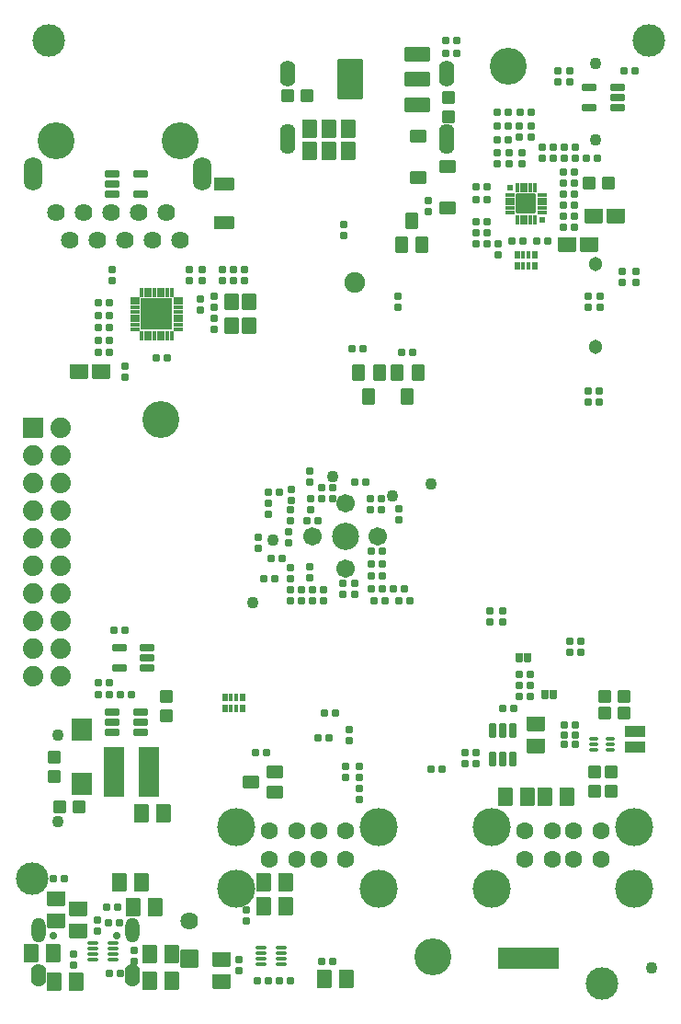
<source format=gbr>
%TF.GenerationSoftware,KiCad,Pcbnew,7.0.9-7.0.9~ubuntu22.04.1*%
%TF.CreationDate,2026-01-29T14:23:22+02:00*%
%TF.ProjectId,ESP32-P4-PC_Rev_B,45535033-322d-4503-942d-50435f526576,B*%
%TF.SameCoordinates,PX80befc0PY7459280*%
%TF.FileFunction,Soldermask,Bot*%
%TF.FilePolarity,Negative*%
%FSLAX46Y46*%
G04 Gerber Fmt 4.6, Leading zero omitted, Abs format (unit mm)*
G04 Created by KiCad (PCBNEW 7.0.9-7.0.9~ubuntu22.04.1) date 2026-01-29 14:23:22*
%MOMM*%
%LPD*%
G01*
G04 APERTURE LIST*
G04 Aperture macros list*
%AMRoundRect*
0 Rectangle with rounded corners*
0 $1 Rounding radius*
0 $2 $3 $4 $5 $6 $7 $8 $9 X,Y pos of 4 corners*
0 Add a 4 corners polygon primitive as box body*
4,1,4,$2,$3,$4,$5,$6,$7,$8,$9,$2,$3,0*
0 Add four circle primitives for the rounded corners*
1,1,$1+$1,$2,$3*
1,1,$1+$1,$4,$5*
1,1,$1+$1,$6,$7*
1,1,$1+$1,$8,$9*
0 Add four rect primitives between the rounded corners*
20,1,$1+$1,$2,$3,$4,$5,0*
20,1,$1+$1,$4,$5,$6,$7,0*
20,1,$1+$1,$6,$7,$8,$9,0*
20,1,$1+$1,$8,$9,$2,$3,0*%
G04 Aperture macros list end*
%ADD10C,0.100000*%
%ADD11O,1.401600X2.101600*%
%ADD12O,1.301600X2.301600*%
%ADD13C,0.701600*%
%ADD14O,1.401600X2.401600*%
%ADD15O,1.401600X2.801600*%
%ADD16C,1.301600*%
%ADD17C,1.701600*%
%ADD18C,2.501600*%
%ADD19C,3.501600*%
%ADD20C,1.601600*%
%ADD21C,1.901600*%
%ADD22C,3.401601*%
%ADD23O,1.701600X3.101599*%
%ADD24C,1.625600*%
%ADD25C,1.101600*%
%ADD26RoundRect,0.050800X-0.762000X0.762000X-0.762000X-0.762000X0.762000X-0.762000X0.762000X0.762000X0*%
%ADD27RoundRect,0.050800X-0.889000X0.889000X-0.889000X-0.889000X0.889000X-0.889000X0.889000X0.889000X0*%
%ADD28C,1.879600*%
%ADD29C,3.401600*%
%ADD30RoundRect,0.050800X0.275000X-0.250000X0.275000X0.250000X-0.275000X0.250000X-0.275000X-0.250000X0*%
%ADD31RoundRect,0.050800X-0.275000X0.250000X-0.275000X-0.250000X0.275000X-0.250000X0.275000X0.250000X0*%
%ADD32RoundRect,0.050800X-0.250000X-0.275000X0.250000X-0.275000X0.250000X0.275000X-0.250000X0.275000X0*%
%ADD33RoundRect,0.050800X0.250000X0.275000X-0.250000X0.275000X-0.250000X-0.275000X0.250000X-0.275000X0*%
%ADD34RoundRect,0.050800X-0.635000X0.762000X-0.635000X-0.762000X0.635000X-0.762000X0.635000X0.762000X0*%
%ADD35RoundRect,0.050800X-0.762000X-0.635000X0.762000X-0.635000X0.762000X0.635000X-0.762000X0.635000X0*%
%ADD36RoundRect,0.050800X0.508000X0.508000X-0.508000X0.508000X-0.508000X-0.508000X0.508000X-0.508000X0*%
%ADD37RoundRect,0.050800X-0.600000X-0.275000X0.600000X-0.275000X0.600000X0.275000X-0.600000X0.275000X0*%
%ADD38RoundRect,0.050800X-0.508000X0.508000X-0.508000X-0.508000X0.508000X-0.508000X0.508000X0.508000X0*%
%ADD39RoundRect,0.050800X-0.600000X0.700000X-0.600000X-0.700000X0.600000X-0.700000X0.600000X0.700000X0*%
%ADD40RoundRect,0.050800X0.762000X0.635000X-0.762000X0.635000X-0.762000X-0.635000X0.762000X-0.635000X0*%
%ADD41RoundRect,0.050800X-0.875000X2.250000X-0.875000X-2.250000X0.875000X-2.250000X0.875000X2.250000X0*%
%ADD42RoundRect,0.050800X0.850000X-1.000000X0.850000X1.000000X-0.850000X1.000000X-0.850000X-1.000000X0*%
%ADD43RoundRect,0.050800X0.500000X-0.700000X0.500000X0.700000X-0.500000X0.700000X-0.500000X-0.700000X0*%
%ADD44RoundRect,0.050800X0.635000X-0.762000X0.635000X0.762000X-0.635000X0.762000X-0.635000X-0.762000X0*%
%ADD45RoundRect,0.050800X0.700000X-0.500000X0.700000X0.500000X-0.700000X0.500000X-0.700000X-0.500000X0*%
%ADD46RoundRect,0.050800X0.508000X-0.508000X0.508000X0.508000X-0.508000X0.508000X-0.508000X-0.508000X0*%
%ADD47RoundRect,0.050800X-0.500000X0.700000X-0.500000X-0.700000X0.500000X-0.700000X0.500000X0.700000X0*%
%ADD48RoundRect,0.050800X-1.117600X0.609600X-1.117600X-0.609600X1.117600X-0.609600X1.117600X0.609600X0*%
%ADD49RoundRect,0.050800X-1.100000X1.800000X-1.100000X-1.800000X1.100000X-1.800000X1.100000X1.800000X0*%
%ADD50RoundRect,0.050800X0.900000X-0.450000X0.900000X0.450000X-0.900000X0.450000X-0.900000X-0.450000X0*%
%ADD51RoundRect,0.050800X0.254000X0.381000X-0.254000X0.381000X-0.254000X-0.381000X0.254000X-0.381000X0*%
%ADD52RoundRect,0.050800X0.275000X0.600000X-0.275000X0.600000X-0.275000X-0.600000X0.275000X-0.600000X0*%
%ADD53C,3.000000*%
%ADD54RoundRect,0.050800X0.600000X-0.275000X0.600000X0.275000X-0.600000X0.275000X-0.600000X-0.275000X0*%
%ADD55RoundRect,0.050800X-0.700000X0.500000X-0.700000X-0.500000X0.700000X-0.500000X0.700000X0.500000X0*%
%ADD56RoundRect,0.050800X0.400000X0.100000X-0.400000X0.100000X-0.400000X-0.100000X0.400000X-0.100000X0*%
%ADD57RoundRect,0.050800X0.100000X-0.400000X0.100000X0.400000X-0.100000X0.400000X-0.100000X-0.400000X0*%
%ADD58RoundRect,0.050800X-0.400000X-0.100000X0.400000X-0.100000X0.400000X0.100000X-0.400000X0.100000X0*%
%ADD59RoundRect,0.050800X-0.100000X0.400000X-0.100000X-0.400000X0.100000X-0.400000X0.100000X0.400000X0*%
%ADD60RoundRect,0.050800X-1.400000X1.400000X-1.400000X-1.400000X1.400000X-1.400000X1.400000X1.400000X0*%
%ADD61RoundRect,0.050800X0.889000X-0.508000X0.889000X0.508000X-0.889000X0.508000X-0.889000X-0.508000X0*%
%ADD62RoundRect,0.050800X-0.450000X0.125000X-0.450000X-0.125000X0.450000X-0.125000X0.450000X0.125000X0*%
%ADD63RoundRect,0.050800X0.450000X-0.125000X0.450000X0.125000X-0.450000X0.125000X-0.450000X-0.125000X0*%
%ADD64RoundRect,0.050800X0.162500X-0.312500X0.162500X0.312500X-0.162500X0.312500X-0.162500X-0.312500X0*%
%ADD65RoundRect,0.050800X0.125000X-0.312500X0.125000X0.312500X-0.125000X0.312500X-0.125000X-0.312500X0*%
%ADD66RoundRect,0.050800X-0.125000X0.312500X-0.125000X-0.312500X0.125000X-0.312500X0.125000X0.312500X0*%
%ADD67RoundRect,0.050800X-0.162500X0.312500X-0.162500X-0.312500X0.162500X-0.312500X0.162500X0.312500X0*%
%ADD68RoundRect,0.050800X-0.700000X0.700000X-0.700000X-0.700000X0.700000X-0.700000X0.700000X0.700000X0*%
%ADD69RoundRect,0.050800X-0.850000X0.850000X-0.850000X-0.850000X0.850000X-0.850000X0.850000X0.850000X0*%
%ADD70C,0.601600*%
%ADD71RoundRect,0.050800X0.350000X0.125000X-0.350000X0.125000X-0.350000X-0.125000X0.350000X-0.125000X0*%
%ADD72RoundRect,0.050800X-0.254000X-0.381000X0.254000X-0.381000X0.254000X0.381000X-0.254000X0.381000X0*%
%ADD73RoundRect,0.050800X0.600000X0.275000X-0.600000X0.275000X-0.600000X-0.275000X0.600000X-0.275000X0*%
%ADD74RoundRect,0.050800X-0.700000X-0.500000X0.700000X-0.500000X0.700000X0.500000X-0.700000X0.500000X0*%
G04 APERTURE END LIST*
D10*
X44578000Y4906000D02*
X50039000Y4906000D01*
X50039000Y3001000D01*
X44578000Y3001000D01*
X44578000Y4906000D01*
G36*
X44578000Y4906000D02*
G01*
X50039000Y4906000D01*
X50039000Y3001000D01*
X44578000Y3001000D01*
X44578000Y4906000D01*
G37*
D11*
%TO.C,USB-Serial/JTAG1*%
X2180000Y2350000D03*
X10820000Y2350000D03*
D12*
X2180000Y6530000D03*
X10820000Y6530000D03*
D13*
X3610000Y6030000D03*
X9390000Y6030000D03*
%TD*%
D14*
%TO.C,HDMI1*%
X25200000Y85350000D03*
D15*
X25200000Y79300000D03*
D14*
X39800000Y85350000D03*
D15*
X39800000Y79300000D03*
%TD*%
D16*
%TO.C,UEXT1*%
X53500000Y67810000D03*
X53500000Y60190000D03*
%TD*%
D17*
%TO.C,U1*%
X30481000Y39752000D03*
X27481000Y42752000D03*
D18*
X30481000Y42752000D03*
D17*
X33481000Y42752000D03*
X30481000Y45752000D03*
%TD*%
D19*
%TO.C,USB_HOST3-4*%
X43930000Y16000000D03*
X43930000Y10300000D03*
X57070000Y16000000D03*
X57070000Y10300000D03*
D20*
X47000000Y15620000D03*
X49500000Y15620000D03*
X51500000Y15620000D03*
X54000000Y15620000D03*
X47000000Y13000000D03*
X49500000Y13000000D03*
X51500000Y13000000D03*
X54000000Y13000000D03*
%TD*%
D19*
%TO.C,USB_HOST1-2*%
X20430000Y16000000D03*
X20430000Y10300000D03*
X33570000Y16000000D03*
X33570000Y10300000D03*
D20*
X23500000Y15620000D03*
X26000000Y15620000D03*
X28000000Y15620000D03*
X30500000Y15620000D03*
X23500000Y13000000D03*
X26000000Y13000000D03*
X28000000Y13000000D03*
X30500000Y13000000D03*
%TD*%
D21*
%TO.C,U12*%
X31370000Y66120000D03*
%TD*%
D22*
%TO.C,LAN1*%
X15215000Y79150000D03*
X3785000Y79150000D03*
D23*
X17300000Y76100000D03*
X1700000Y76100000D03*
D24*
X15215000Y69960000D03*
X13945000Y72500000D03*
X12675000Y69960000D03*
X11405000Y72500000D03*
X10135000Y69960000D03*
X8865000Y72500000D03*
X7595000Y69960000D03*
X6325000Y72500000D03*
X5055000Y69960000D03*
X3785000Y72500000D03*
%TD*%
D25*
%TO.C,MICRO_SD1*%
X3967800Y16452000D03*
X3967800Y24453000D03*
%TD*%
%TO.C,HEADSETS1*%
X53500000Y86250000D03*
X53500000Y79250000D03*
%TD*%
D24*
%TO.C,C117*%
X16130000Y7367200D03*
D26*
X16130000Y3867200D03*
%TD*%
D27*
%TO.C,EXT1*%
X1730000Y52730000D03*
D28*
X4270000Y52730000D03*
X1730000Y50190000D03*
X4270000Y50190000D03*
X1730000Y47650000D03*
X4270000Y47650000D03*
X1730000Y45110000D03*
X4270000Y45110000D03*
X1730000Y42570000D03*
X4270000Y42570000D03*
X1730000Y40030000D03*
X4270000Y40030000D03*
X1730000Y37490000D03*
X4270000Y37490000D03*
X1730000Y34950000D03*
X4270000Y34950000D03*
X1730000Y32410000D03*
X4270000Y32410000D03*
X1730000Y29870000D03*
X4270000Y29870000D03*
%TD*%
D29*
%TO.C,MH1*%
X45500000Y86000000D03*
%TD*%
%TO.C,MH2*%
X38500000Y4000000D03*
%TD*%
%TO.C,MH3*%
X13500000Y53500000D03*
%TD*%
D30*
%TO.C,R19*%
X21210000Y67263000D03*
D31*
X21210000Y66247000D03*
%TD*%
%TO.C,C82*%
X51182000Y84535000D03*
D30*
X51182000Y85551000D03*
%TD*%
D32*
%TO.C,C61*%
X24004000Y38815000D03*
D33*
X22988000Y38815000D03*
%TD*%
D32*
%TO.C,R5*%
X9526000Y8589000D03*
D33*
X8510000Y8589000D03*
%TD*%
D32*
%TO.C,R103*%
X23369000Y1858000D03*
D33*
X22353000Y1858000D03*
%TD*%
D34*
%TO.C,C125*%
X12447000Y1858000D03*
X14479000Y1858000D03*
%TD*%
D35*
%TO.C,C74*%
X48007000Y23448000D03*
X48007000Y25480000D03*
%TD*%
D31*
%TO.C,R2*%
X27179000Y47705000D03*
D30*
X27179000Y48721000D03*
%TD*%
D36*
%TO.C,C123*%
X5970000Y17860000D03*
X4192000Y17860000D03*
%TD*%
D32*
%TO.C,C69*%
X28957000Y24210000D03*
D33*
X27941000Y24210000D03*
%TD*%
D32*
%TO.C,C99*%
X43562000Y69676000D03*
D33*
X42546000Y69676000D03*
%TD*%
D32*
%TO.C,C4*%
X33910000Y41355000D03*
D33*
X32894000Y41355000D03*
%TD*%
D31*
%TO.C,C121*%
X20702000Y2747000D03*
D30*
X20702000Y3763000D03*
%TD*%
D34*
%TO.C,C135*%
X9653000Y10875000D03*
X11685000Y10875000D03*
%TD*%
D37*
%TO.C,U15*%
X12223000Y32526000D03*
X12223000Y31576000D03*
X12223000Y30626000D03*
X9623000Y30626000D03*
X9623000Y32526000D03*
%TD*%
D30*
%TO.C,C96*%
X30354000Y71454000D03*
D31*
X30354000Y70438000D03*
%TD*%
%TO.C,C36*%
X22480000Y41609000D03*
D30*
X22480000Y42625000D03*
%TD*%
D32*
%TO.C,C40*%
X36450000Y36783000D03*
D33*
X35434000Y36783000D03*
%TD*%
D36*
%TO.C,C63*%
X56135000Y26496000D03*
X54357000Y26496000D03*
%TD*%
D31*
%TO.C,C25*%
X18416000Y61802000D03*
D30*
X18416000Y62818000D03*
%TD*%
D31*
%TO.C,C53*%
X25401000Y36783000D03*
D30*
X25401000Y37799000D03*
%TD*%
D34*
%TO.C,L7*%
X28957000Y80217000D03*
X28957000Y78185000D03*
%TD*%
D31*
%TO.C,R67*%
X42546000Y21797000D03*
D30*
X42546000Y22813000D03*
%TD*%
D31*
%TO.C,R27*%
X43816000Y34878000D03*
D30*
X43816000Y35894000D03*
%TD*%
D38*
%TO.C,C122*%
X3684000Y22432000D03*
X3684000Y20654000D03*
%TD*%
D32*
%TO.C,C3*%
X33910000Y40212000D03*
D33*
X32894000Y40212000D03*
%TD*%
%TO.C,R61*%
X35688000Y59643000D03*
D32*
X36704000Y59643000D03*
%TD*%
D36*
%TO.C,C75*%
X26925000Y83265000D03*
X25147000Y83265000D03*
%TD*%
D25*
%TO.C,VO4*%
X21972000Y36656000D03*
%TD*%
D32*
%TO.C,C56*%
X52198000Y33100000D03*
D33*
X51182000Y33100000D03*
%TD*%
D38*
%TO.C,C34*%
X53468000Y21035000D03*
X53468000Y19257000D03*
%TD*%
D33*
%TO.C,C87*%
X50547000Y72216000D03*
D32*
X51563000Y72216000D03*
%TD*%
%TO.C,R50*%
X40768000Y88345000D03*
D33*
X39752000Y88345000D03*
%TD*%
D31*
%TO.C,R71*%
X38101000Y72597000D03*
D30*
X38101000Y73613000D03*
%TD*%
D32*
%TO.C,C88*%
X43562000Y73740000D03*
D33*
X42546000Y73740000D03*
%TD*%
D35*
%TO.C,C129*%
X19051000Y1731000D03*
X19051000Y3763000D03*
%TD*%
D31*
%TO.C,R55*%
X31751000Y20527000D03*
D30*
X31751000Y21543000D03*
%TD*%
D34*
%TO.C,C90*%
X22988000Y8716000D03*
X25020000Y8716000D03*
%TD*%
D30*
%TO.C,R82*%
X47626000Y80471000D03*
D31*
X47626000Y79455000D03*
%TD*%
D33*
%TO.C,R35*%
X7748000Y64215000D03*
D32*
X8764000Y64215000D03*
%TD*%
D30*
%TO.C,C51*%
X25401000Y39831000D03*
D31*
X25401000Y38815000D03*
%TD*%
D38*
%TO.C,C37*%
X54992000Y21035000D03*
X54992000Y19257000D03*
%TD*%
D39*
%TO.C,Q2*%
X21629000Y64299000D03*
X20029000Y62099000D03*
X20029000Y64299000D03*
X21629000Y62099000D03*
%TD*%
D32*
%TO.C,R78*%
X45467000Y81741000D03*
D33*
X44451000Y81741000D03*
%TD*%
D32*
%TO.C,R90*%
X47499000Y28020000D03*
D33*
X46483000Y28020000D03*
%TD*%
D31*
%TO.C,R93*%
X53976000Y63834000D03*
D30*
X53976000Y64850000D03*
%TD*%
D32*
%TO.C,C48*%
X28449000Y36783000D03*
D33*
X27433000Y36783000D03*
%TD*%
%TO.C,C85*%
X50547000Y73232000D03*
D32*
X51563000Y73232000D03*
%TD*%
D40*
%TO.C,L9*%
X55373000Y72216000D03*
X53341000Y72216000D03*
%TD*%
D30*
%TO.C,R29*%
X52833000Y56087000D03*
D31*
X52833000Y55071000D03*
%TD*%
D41*
%TO.C,L11*%
X9196000Y21035000D03*
X12396000Y21035000D03*
%TD*%
D42*
%TO.C,D4*%
X6224000Y19932000D03*
X6224000Y24932000D03*
%TD*%
D31*
%TO.C,R17*%
X9018000Y66247000D03*
D30*
X9018000Y67263000D03*
%TD*%
D31*
%TO.C,R77*%
X44578000Y68660000D03*
D30*
X44578000Y69676000D03*
%TD*%
D33*
%TO.C,C80*%
X48134000Y69930000D03*
D32*
X49150000Y69930000D03*
%TD*%
D30*
%TO.C,C97*%
X45594000Y78058000D03*
D31*
X45594000Y77042000D03*
%TD*%
D34*
%TO.C,C133*%
X1525000Y4398000D03*
X3557000Y4398000D03*
%TD*%
%TO.C,L8*%
X30735000Y80217000D03*
X30735000Y78185000D03*
%TD*%
D31*
%TO.C,C46*%
X31370000Y37418000D03*
D30*
X31370000Y38434000D03*
%TD*%
D33*
%TO.C,R52*%
X39752000Y87202000D03*
D32*
X40768000Y87202000D03*
%TD*%
D31*
%TO.C,R92*%
X52833000Y63834000D03*
D30*
X52833000Y64850000D03*
%TD*%
D31*
%TO.C,R66*%
X41530000Y21797000D03*
D30*
X41530000Y22813000D03*
%TD*%
D32*
%TO.C,R53*%
X29592000Y26496000D03*
D33*
X28576000Y26496000D03*
%TD*%
D43*
%TO.C,FET6*%
X31690040Y57829440D03*
X33592500Y57829440D03*
X32637460Y55619640D03*
%TD*%
D44*
%TO.C,C134*%
X14479000Y4271000D03*
X12447000Y4271000D03*
%TD*%
D33*
%TO.C,R102*%
X9145000Y34116000D03*
D32*
X10161000Y34116000D03*
%TD*%
D31*
%TO.C,C26*%
X20194000Y66247000D03*
D30*
X20194000Y67263000D03*
%TD*%
D45*
%TO.C,D2*%
X39879000Y72983000D03*
X39879000Y76783000D03*
%TD*%
D31*
%TO.C,C5*%
X35434000Y44276000D03*
D30*
X35434000Y45292000D03*
%TD*%
D46*
%TO.C,C124*%
X13971000Y26242000D03*
X13971000Y28020000D03*
%TD*%
D36*
%TO.C,C64*%
X56135000Y28020000D03*
X54357000Y28020000D03*
%TD*%
D31*
%TO.C,C84*%
X44451000Y77042000D03*
D30*
X44451000Y78058000D03*
%TD*%
D25*
%TO.C,GND2*%
X58675000Y3001000D03*
%TD*%
D33*
%TO.C,C81*%
X50547000Y74248000D03*
D32*
X51563000Y74248000D03*
%TD*%
D47*
%TO.C,Q5*%
X37526960Y69584560D03*
X35624500Y69584560D03*
X36579540Y71794360D03*
%TD*%
D37*
%TO.C,VR2*%
X55530000Y84088000D03*
X55530000Y83138000D03*
X55530000Y82188000D03*
X52930000Y82188000D03*
X52930000Y84088000D03*
%TD*%
D31*
%TO.C,R24*%
X7621000Y6430000D03*
D30*
X7621000Y7446000D03*
%TD*%
D31*
%TO.C,C23*%
X16130000Y66247000D03*
D30*
X16130000Y67263000D03*
%TD*%
D33*
%TO.C,R34*%
X7748000Y63072000D03*
D32*
X8764000Y63072000D03*
%TD*%
D31*
%TO.C,C119*%
X5462000Y3255000D03*
D30*
X5462000Y4271000D03*
%TD*%
D31*
%TO.C,R28*%
X44959000Y34878000D03*
D30*
X44959000Y35894000D03*
%TD*%
D33*
%TO.C,R95*%
X7748000Y28147000D03*
D32*
X8764000Y28147000D03*
%TD*%
%TO.C,C33*%
X24385000Y46816000D03*
D33*
X23369000Y46816000D03*
%TD*%
D48*
%TO.C,VR1*%
X37135800Y87100400D03*
D49*
X30938000Y84789000D03*
D48*
X37135800Y84789000D03*
X37135800Y82477600D03*
%TD*%
D38*
%TO.C,C66*%
X40006000Y83138000D03*
X40006000Y81360000D03*
%TD*%
D50*
%TO.C,L3*%
X57151000Y23383000D03*
X57151000Y24783000D03*
%TD*%
D32*
%TO.C,C79*%
X46864000Y69930000D03*
D33*
X45848000Y69930000D03*
%TD*%
%TO.C,C42*%
X32894000Y37926000D03*
D32*
X33910000Y37926000D03*
%TD*%
D31*
%TO.C,R33*%
X57278000Y66120000D03*
D30*
X57278000Y67136000D03*
%TD*%
D51*
%TO.C,BAT_SENS_E1*%
X47245000Y31576000D03*
X46483000Y31576000D03*
%TD*%
D33*
%TO.C,C77*%
X50547000Y76280000D03*
D32*
X51563000Y76280000D03*
%TD*%
%TO.C,R45*%
X51690000Y23575000D03*
D33*
X50674000Y23575000D03*
%TD*%
D32*
%TO.C,R51*%
X45975000Y26877000D03*
D33*
X44959000Y26877000D03*
%TD*%
D31*
%TO.C,R59*%
X50674000Y77550000D03*
D30*
X50674000Y78566000D03*
%TD*%
D25*
%TO.C,CORE1*%
X38355000Y47578000D03*
%TD*%
D30*
%TO.C,C55*%
X25274000Y43133000D03*
D31*
X25274000Y42117000D03*
%TD*%
D52*
%TO.C,U6*%
X45909000Y22274900D03*
X44959000Y22274900D03*
X44009000Y22274900D03*
X44009000Y24875100D03*
X44959000Y24875100D03*
X45909000Y24875100D03*
%TD*%
D33*
%TO.C,R62*%
X31116000Y60024000D03*
D32*
X32132000Y60024000D03*
%TD*%
%TO.C,C131*%
X29338000Y3636000D03*
D33*
X28322000Y3636000D03*
%TD*%
%TO.C,R58*%
X52706000Y77550000D03*
D32*
X53722000Y77550000D03*
%TD*%
D43*
%TO.C,FET5*%
X35246040Y57829440D03*
X37148500Y57829440D03*
X36193460Y55619640D03*
%TD*%
D31*
%TO.C,C58*%
X27204400Y38916600D03*
D30*
X27204400Y39932600D03*
%TD*%
D32*
%TO.C,R1*%
X32386000Y47705000D03*
D33*
X31370000Y47705000D03*
%TD*%
D53*
%TO.C,FID6*%
X3176000Y88345000D03*
%TD*%
D32*
%TO.C,C57*%
X52198000Y32084000D03*
D33*
X51182000Y32084000D03*
%TD*%
D35*
%TO.C,L2*%
X5970000Y57865000D03*
X8002000Y57865000D03*
%TD*%
D30*
%TO.C,C98*%
X46737000Y78058000D03*
D31*
X46737000Y77042000D03*
%TD*%
D53*
%TO.C,FID7*%
X58421000Y88345000D03*
%TD*%
D25*
%TO.C,VO2*%
X23800800Y42396400D03*
%TD*%
D32*
%TO.C,C59*%
X51690000Y25353000D03*
D33*
X50674000Y25353000D03*
%TD*%
D32*
%TO.C,C39*%
X24639000Y40720000D03*
D33*
X23623000Y40720000D03*
%TD*%
D31*
%TO.C,R68*%
X50039000Y84535000D03*
D30*
X50039000Y85551000D03*
%TD*%
D33*
%TO.C,C83*%
X50547000Y71200000D03*
D32*
X51563000Y71200000D03*
%TD*%
D30*
%TO.C,R18*%
X19178000Y67263000D03*
D31*
X19178000Y66247000D03*
%TD*%
D30*
%TO.C,C24*%
X18416000Y64850000D03*
D31*
X18416000Y63834000D03*
%TD*%
D30*
%TO.C,C11*%
X29338000Y47197000D03*
D31*
X29338000Y46181000D03*
%TD*%
D32*
%TO.C,C49*%
X28449000Y37799000D03*
D33*
X27433000Y37799000D03*
%TD*%
D31*
%TO.C,C22*%
X17273000Y66247000D03*
D30*
X17273000Y67263000D03*
%TD*%
D54*
%TO.C,U14*%
X8987900Y24657000D03*
X8987900Y25607000D03*
X8987900Y26557000D03*
X11588100Y26557000D03*
X11588100Y25607000D03*
X11588100Y24657000D03*
%TD*%
D53*
%TO.C,FID8*%
X54103000Y1604000D03*
%TD*%
D31*
%TO.C,R54*%
X30481000Y20527000D03*
D30*
X30481000Y21543000D03*
%TD*%
D33*
%TO.C,C43*%
X32894000Y39069000D03*
D32*
X33910000Y39069000D03*
%TD*%
D30*
%TO.C,C68*%
X31751000Y19511000D03*
D31*
X31751000Y18495000D03*
%TD*%
D30*
%TO.C,R49*%
X56008000Y67136000D03*
D31*
X56008000Y66120000D03*
%TD*%
D32*
%TO.C,R23*%
X8764000Y59643000D03*
D33*
X7748000Y59643000D03*
%TD*%
D30*
%TO.C,C12*%
X25528000Y47070000D03*
D31*
X25528000Y46054000D03*
%TD*%
D55*
%TO.C,D3*%
X37212000Y79577000D03*
X37212000Y75777000D03*
%TD*%
D36*
%TO.C,R31*%
X54738000Y75264000D03*
X52960000Y75264000D03*
%TD*%
D30*
%TO.C,R30*%
X53849000Y56087000D03*
D31*
X53849000Y55071000D03*
%TD*%
D30*
%TO.C,C47*%
X30227000Y38434000D03*
D31*
X30227000Y37418000D03*
%TD*%
D33*
%TO.C,R41*%
X33148000Y36783000D03*
D32*
X34164000Y36783000D03*
%TD*%
D56*
%TO.C,U2*%
X15082000Y64599000D03*
X15082000Y64199000D03*
X15082000Y63799000D03*
X15082000Y63399000D03*
X15082000Y62999000D03*
X15082000Y62599000D03*
X15082000Y62199000D03*
X15082000Y61799000D03*
D57*
X14482000Y61199000D03*
X14082000Y61199000D03*
X13682000Y61199000D03*
X13282000Y61199000D03*
X12882000Y61199000D03*
X12482000Y61199000D03*
X12082000Y61199000D03*
X11682000Y61199000D03*
D58*
X11082000Y61799000D03*
X11082000Y62199000D03*
X11082000Y62599000D03*
X11082000Y62999000D03*
X11082000Y63399000D03*
X11082000Y63799000D03*
X11082000Y64199000D03*
X11082000Y64599000D03*
D59*
X11682000Y65199000D03*
X12082000Y65199000D03*
X12482000Y65199000D03*
X12882000Y65199000D03*
X13282000Y65199000D03*
X13682000Y65199000D03*
X14082000Y65199000D03*
X14482000Y65199000D03*
D13*
X13582000Y64299000D03*
X12582000Y64299000D03*
X14182000Y63699000D03*
X11982000Y63699000D03*
D17*
X13082000Y63199000D03*
D60*
X13082000Y63199000D03*
D13*
X14182000Y62699000D03*
X11982000Y62699000D03*
X13582000Y62099000D03*
X12582000Y62099000D03*
%TD*%
D32*
%TO.C,C86*%
X43562000Y74883000D03*
D33*
X42546000Y74883000D03*
%TD*%
D61*
%TO.C,C17*%
X19305000Y71581000D03*
X19305000Y75137000D03*
%TD*%
D30*
%TO.C,C20*%
X10161000Y58373000D03*
D31*
X10161000Y57357000D03*
%TD*%
D34*
%TO.C,C136*%
X10923000Y8589000D03*
X12955000Y8589000D03*
%TD*%
D53*
%TO.C,FID5*%
X1652000Y11256000D03*
%TD*%
D33*
%TO.C,R22*%
X7748000Y60786000D03*
D32*
X8764000Y60786000D03*
%TD*%
D44*
%TO.C,C89*%
X50928000Y18749000D03*
X48896000Y18749000D03*
%TD*%
D33*
%TO.C,R98*%
X9780000Y28147000D03*
D32*
X10796000Y28147000D03*
%TD*%
D33*
%TO.C,R60*%
X50547000Y75264000D03*
D32*
X51563000Y75264000D03*
%TD*%
%TO.C,C32*%
X27941000Y44149000D03*
D33*
X26925000Y44149000D03*
%TD*%
%TO.C,R89*%
X8637000Y7192000D03*
D32*
X9653000Y7192000D03*
%TD*%
D31*
%TO.C,R40*%
X23369000Y44784000D03*
D30*
X23369000Y45800000D03*
%TD*%
D34*
%TO.C,C118*%
X3684000Y1731000D03*
X5716000Y1731000D03*
%TD*%
D33*
%TO.C,C9*%
X32767000Y46181000D03*
D32*
X33783000Y46181000D03*
%TD*%
D40*
%TO.C,L5*%
X52960000Y69549000D03*
X50928000Y69549000D03*
%TD*%
D32*
%TO.C,R79*%
X45467000Y80471000D03*
D33*
X44451000Y80471000D03*
%TD*%
D62*
%TO.C,U16*%
X24523000Y4894000D03*
X24523000Y4394000D03*
X24523000Y3894000D03*
X24523000Y3394000D03*
X22723000Y3394000D03*
X22723000Y3894000D03*
X22723000Y4394000D03*
X22723000Y4894000D03*
%TD*%
D33*
%TO.C,C101*%
X42546000Y71708000D03*
D32*
X43562000Y71708000D03*
%TD*%
D30*
%TO.C,C128*%
X21337000Y8335000D03*
D31*
X21337000Y7319000D03*
%TD*%
D40*
%TO.C,C132*%
X5843000Y8462000D03*
X5843000Y6430000D03*
%TD*%
D63*
%TO.C,U13*%
X9029000Y3775000D03*
X9029000Y4275000D03*
X9029000Y4775000D03*
X9029000Y5275000D03*
X7229000Y5275000D03*
X7229000Y4775000D03*
X7229000Y4275000D03*
X7229000Y3775000D03*
%TD*%
D30*
%TO.C,C94*%
X35307000Y64850000D03*
D31*
X35307000Y63834000D03*
%TD*%
%TO.C,R56*%
X51690000Y77550000D03*
D30*
X51690000Y78566000D03*
%TD*%
D64*
%TO.C,RM2*%
X47908000Y67639500D03*
X47908000Y68664500D03*
D65*
X47368000Y67639500D03*
X47368000Y68664500D03*
D66*
X46868000Y67639500D03*
X46868000Y68664500D03*
D67*
X46328000Y67639500D03*
X46328000Y68664500D03*
%TD*%
D31*
%TO.C,C50*%
X26417000Y36783000D03*
D30*
X26417000Y37799000D03*
%TD*%
D40*
%TO.C,C127*%
X3811000Y9351000D03*
X3811000Y7319000D03*
%TD*%
D34*
%TO.C,C93*%
X22988000Y10875000D03*
X25020000Y10875000D03*
%TD*%
D32*
%TO.C,C100*%
X43562000Y70692000D03*
D33*
X42546000Y70692000D03*
%TD*%
%TO.C,R105*%
X24385000Y1858000D03*
D32*
X25401000Y1858000D03*
%TD*%
D33*
%TO.C,R96*%
X46483000Y29036000D03*
D32*
X47499000Y29036000D03*
%TD*%
D56*
%TO.C,U8*%
X48618000Y74159000D03*
X48618000Y73759000D03*
X48618000Y73359000D03*
X48618000Y72959000D03*
X48618000Y72559000D03*
D57*
X47918000Y71859000D03*
X47518000Y71859000D03*
X47118000Y71859000D03*
X46718000Y71859000D03*
X46318000Y71859000D03*
D58*
X45618000Y72559000D03*
X45618000Y72959000D03*
X45618000Y73359000D03*
X45618000Y73759000D03*
X45618000Y74159000D03*
D59*
X46318000Y74859000D03*
X46718000Y74859000D03*
X47118000Y74859000D03*
X47518000Y74859000D03*
X47918000Y74859000D03*
D68*
X47118000Y73359000D03*
D69*
X47118000Y73359000D03*
D70*
X48618000Y71859000D03*
X45618000Y74859000D03*
%TD*%
D30*
%TO.C,C10*%
X28322000Y47197000D03*
D31*
X28322000Y46181000D03*
%TD*%
D30*
%TO.C,C70*%
X30862000Y24972000D03*
D31*
X30862000Y23956000D03*
%TD*%
D71*
%TO.C,U4*%
X54853000Y24075000D03*
X54853000Y23575000D03*
X54853000Y23075000D03*
X53353000Y23075000D03*
X53353000Y23575000D03*
X53353000Y24075000D03*
%TD*%
D72*
%TO.C,BAT_SENS_E2*%
X48896000Y28147000D03*
X49658000Y28147000D03*
%TD*%
D33*
%TO.C,R81*%
X44451000Y79201000D03*
D32*
X45467000Y79201000D03*
%TD*%
%TO.C,C126*%
X8764000Y29290000D03*
D33*
X7748000Y29290000D03*
%TD*%
%TO.C,C76*%
X56135000Y85551000D03*
D32*
X57151000Y85551000D03*
%TD*%
D31*
%TO.C,C78*%
X48642000Y77550000D03*
D30*
X48642000Y78566000D03*
%TD*%
D34*
%TO.C,C130*%
X28576000Y1985000D03*
X30608000Y1985000D03*
%TD*%
D33*
%TO.C,C104*%
X46610000Y81741000D03*
D32*
X47626000Y81741000D03*
%TD*%
D34*
%TO.C,L6*%
X27179000Y80217000D03*
X27179000Y78185000D03*
%TD*%
D32*
%TO.C,C115*%
X47499000Y30052000D03*
D33*
X46483000Y30052000D03*
%TD*%
D64*
%TO.C,RM1*%
X20984000Y26872500D03*
X20984000Y27897500D03*
D65*
X20444000Y26872500D03*
X20444000Y27897500D03*
D66*
X19944000Y26872500D03*
X19944000Y27897500D03*
D67*
X19404000Y26872500D03*
X19404000Y27897500D03*
%TD*%
D31*
%TO.C,R57*%
X49658000Y77550000D03*
D30*
X49658000Y78566000D03*
%TD*%
D31*
%TO.C,C120*%
X11050000Y3636000D03*
D30*
X11050000Y4652000D03*
%TD*%
D32*
%TO.C,C41*%
X35942000Y37926000D03*
D33*
X34926000Y37926000D03*
%TD*%
%TO.C,C8*%
X32767000Y45165000D03*
D32*
X33783000Y45165000D03*
%TD*%
D31*
%TO.C,C54*%
X25401000Y44149000D03*
D30*
X25401000Y45165000D03*
%TD*%
D73*
%TO.C,TVS1*%
X8988000Y74187000D03*
X8988000Y75137000D03*
X8988000Y76087000D03*
X11588000Y76087000D03*
X11588000Y74187000D03*
%TD*%
D25*
%TO.C,VO3*%
X29338000Y48213000D03*
%TD*%
D33*
%TO.C,R37*%
X7748000Y61929000D03*
D32*
X8764000Y61929000D03*
%TD*%
%TO.C,R38*%
X14098000Y59135000D03*
D33*
X13082000Y59135000D03*
%TD*%
D32*
%TO.C,C31*%
X9780000Y2493000D03*
D33*
X8764000Y2493000D03*
%TD*%
%TO.C,R6*%
X3557000Y11256000D03*
D32*
X4573000Y11256000D03*
%TD*%
D33*
%TO.C,C71*%
X38355000Y21289000D03*
D32*
X39371000Y21289000D03*
%TD*%
D30*
%TO.C,C13*%
X27306000Y46181000D03*
D31*
X27306000Y45165000D03*
%TD*%
D74*
%TO.C,FET1*%
X23968440Y21095960D03*
X23968440Y19193500D03*
X21758640Y20148540D03*
%TD*%
D33*
%TO.C,R3*%
X22226000Y22813000D03*
D32*
X23242000Y22813000D03*
%TD*%
D34*
%TO.C,C92*%
X45213000Y18749000D03*
X47245000Y18749000D03*
%TD*%
D32*
%TO.C,R44*%
X51690000Y24464000D03*
D33*
X50674000Y24464000D03*
%TD*%
D31*
%TO.C,R20*%
X17146000Y63580000D03*
D30*
X17146000Y64596000D03*
%TD*%
D25*
%TO.C,VO1*%
X34799000Y46435000D03*
%TD*%
D30*
%TO.C,R80*%
X46483000Y80471000D03*
D31*
X46483000Y79455000D03*
%TD*%
D34*
%TO.C,C116*%
X11685000Y17225000D03*
X13717000Y17225000D03*
%TD*%
M02*

</source>
